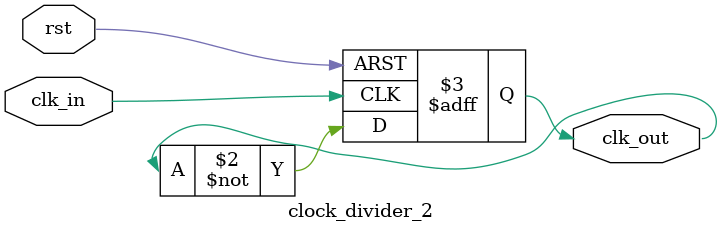
<source format=v>
/*module clk_divider (

input clk,rst,
output reg out
);

//always @ (posedge clk or posedge rst)
begin
  if(rst)
    out <= 'b0;
  else
    out <= !out;
  
end

endmodule*/

module clock_divider_2 (
    input clk_in,      // Input clock signal
    input rst,         // Reset signal
    output reg clk_out    // Output clock signal (divided by 2)
);

    // On every rising edge of clk_in, toggle the output clock
    always @(posedge clk_in or posedge rst) begin
        if (rst) begin
            // If reset is active, set output clock to 0
            clk_out <= 0;
        end
        else begin
            // Toggle the output clock on every rising edge of clk_in
            clk_out <= ~clk_out;
        end
    end

endmodule


</source>
